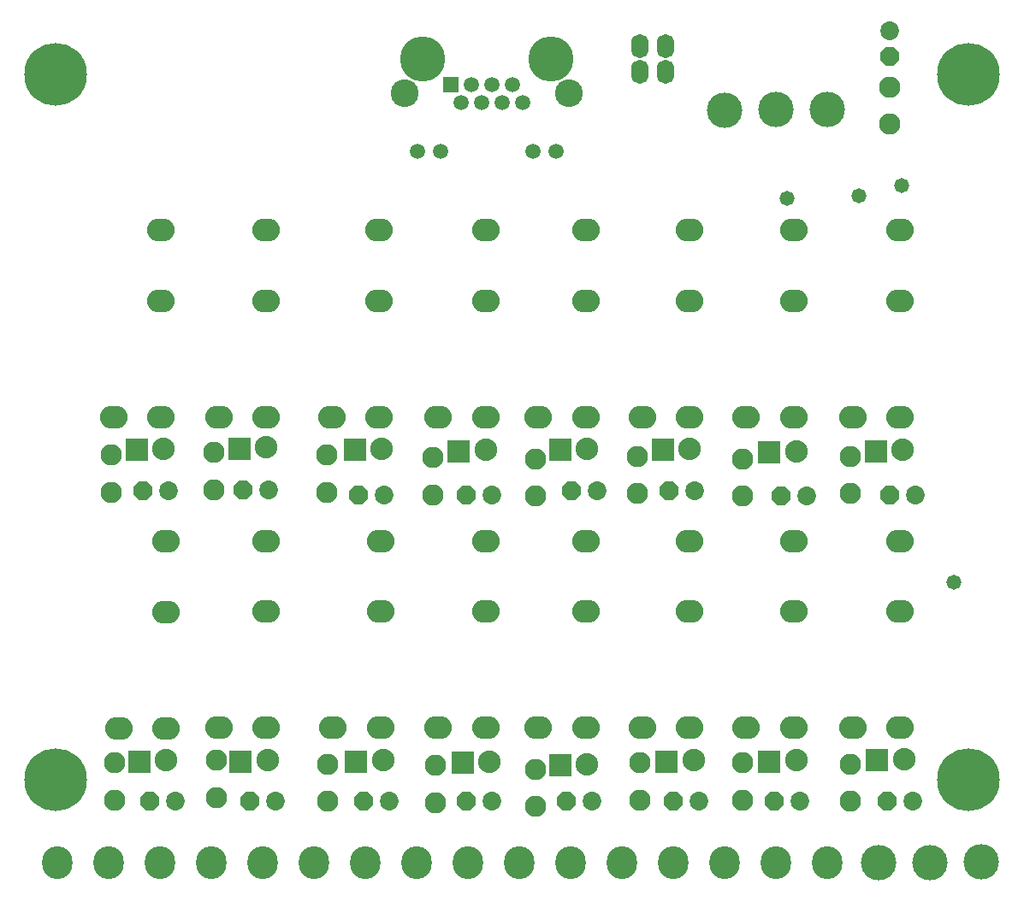
<source format=gbs>
G04*
G04 #@! TF.GenerationSoftware,Altium Limited,Altium Designer,20.1.12 (249)*
G04*
G04 Layer_Color=16711935*
%FSTAX24Y24*%
%MOIN*%
G70*
G04*
G04 #@! TF.SameCoordinates,3ECB986E-075F-4DB5-9EE9-704FFB054EE1*
G04*
G04*
G04 #@! TF.FilePolarity,Negative*
G04*
G01*
G75*
%ADD20C,0.0730*%
%ADD21P,0.0790X8X112.5*%
%ADD22O,0.1080X0.0880*%
%ADD23C,0.0830*%
%ADD24C,0.2442*%
%ADD25C,0.0880*%
%ADD26R,0.0880X0.0880*%
%ADD27P,0.0790X8X22.5*%
%ADD28O,0.1180X0.1280*%
%ADD29C,0.1380*%
%ADD30R,0.0592X0.0592*%
%ADD31C,0.0592*%
%ADD32C,0.1760*%
%ADD33C,0.1084*%
%ADD34O,0.0680X0.0940*%
%ADD35C,0.0580*%
%ADD36C,0.0474*%
D20*
X04885Y04705D02*
D03*
X02915Y02895D02*
D03*
X03335D02*
D03*
X03745Y0291D02*
D03*
X04125D02*
D03*
X0456Y0289D02*
D03*
X04985Y02895D02*
D03*
X0414Y017D02*
D03*
X04535Y017D02*
D03*
X04975D02*
D03*
X03725D02*
D03*
X03335D02*
D03*
X02935D02*
D03*
X0249D02*
D03*
X021D02*
D03*
X02075Y0291D02*
D03*
X02465Y02915D02*
D03*
D21*
X04885Y04605D02*
D03*
D22*
X0188Y01985D02*
D03*
X02065D02*
D03*
Y027133D02*
D03*
Y024378D02*
D03*
X0474Y031972D02*
D03*
X04925D02*
D03*
Y039256D02*
D03*
Y0365D02*
D03*
X0227Y019867D02*
D03*
X02455D02*
D03*
Y02715D02*
D03*
Y024394D02*
D03*
X02715Y019867D02*
D03*
X029D02*
D03*
Y02715D02*
D03*
Y024394D02*
D03*
X03125Y019867D02*
D03*
X0331D02*
D03*
Y02715D02*
D03*
Y024394D02*
D03*
X03515Y019867D02*
D03*
X037D02*
D03*
Y02715D02*
D03*
Y024394D02*
D03*
X0392Y019867D02*
D03*
X04105D02*
D03*
Y02715D02*
D03*
Y024394D02*
D03*
X0474Y019867D02*
D03*
X04925D02*
D03*
Y02715D02*
D03*
Y024394D02*
D03*
X04325Y019867D02*
D03*
X0451D02*
D03*
Y02715D02*
D03*
Y024394D02*
D03*
X0392Y031972D02*
D03*
X04105D02*
D03*
Y039256D02*
D03*
Y0365D02*
D03*
X03125Y031972D02*
D03*
X0331D02*
D03*
Y039256D02*
D03*
Y0365D02*
D03*
X0227Y031972D02*
D03*
X02455D02*
D03*
Y039256D02*
D03*
Y0365D02*
D03*
X04325Y031972D02*
D03*
X0451D02*
D03*
Y039256D02*
D03*
Y0365D02*
D03*
X03515Y031972D02*
D03*
X037D02*
D03*
Y039256D02*
D03*
Y0365D02*
D03*
X0271Y031972D02*
D03*
X02895D02*
D03*
Y039256D02*
D03*
Y0365D02*
D03*
X0186Y031972D02*
D03*
X02045D02*
D03*
Y039256D02*
D03*
Y0365D02*
D03*
D23*
X04885Y04485D02*
D03*
Y0434D02*
D03*
X0431Y01705D02*
D03*
Y0185D02*
D03*
X03505Y0168D02*
D03*
Y01825D02*
D03*
X02695Y017D02*
D03*
Y01845D02*
D03*
X01865Y01705D02*
D03*
Y0185D02*
D03*
X0431Y0289D02*
D03*
Y03035D02*
D03*
X03505Y0289D02*
D03*
Y03035D02*
D03*
X0269Y02905D02*
D03*
Y0305D02*
D03*
X0185Y02905D02*
D03*
Y0305D02*
D03*
X0473Y017D02*
D03*
Y01845D02*
D03*
X0391Y01705D02*
D03*
Y0185D02*
D03*
X03115Y01695D02*
D03*
Y0184D02*
D03*
X0473Y029D02*
D03*
Y03045D02*
D03*
X039Y029D02*
D03*
Y03045D02*
D03*
X03105Y02895D02*
D03*
Y0304D02*
D03*
X0226Y01715D02*
D03*
Y0186D02*
D03*
X0225Y02915D02*
D03*
Y0306D02*
D03*
D24*
X0519Y04535D02*
D03*
X01635D02*
D03*
X0519Y01785D02*
D03*
X01635D02*
D03*
D25*
X04935Y0307D02*
D03*
X0452Y03065D02*
D03*
X04105Y03075D02*
D03*
X03705D02*
D03*
X02905D02*
D03*
X02055D02*
D03*
X0412Y0186D02*
D03*
X0452D02*
D03*
X0494Y01865D02*
D03*
X03705Y01845D02*
D03*
X03325Y01855D02*
D03*
X0291Y0186D02*
D03*
X0246D02*
D03*
X02065D02*
D03*
X0331Y0307D02*
D03*
X02455Y0308D02*
D03*
D26*
X0483Y03065D02*
D03*
X04415Y0306D02*
D03*
X04Y0307D02*
D03*
X036D02*
D03*
X028D02*
D03*
X0195D02*
D03*
X04015Y01855D02*
D03*
X04415D02*
D03*
X04835Y0186D02*
D03*
X036Y0184D02*
D03*
X0322Y0185D02*
D03*
X02805Y01855D02*
D03*
X02355D02*
D03*
X0196D02*
D03*
X03205Y03065D02*
D03*
X0235Y03075D02*
D03*
D27*
X02815Y02895D02*
D03*
X03235D02*
D03*
X03645Y0291D02*
D03*
X04025D02*
D03*
X0446Y0289D02*
D03*
X04885Y02895D02*
D03*
X0404Y017D02*
D03*
X04435Y017D02*
D03*
X04875D02*
D03*
X03625D02*
D03*
X03235D02*
D03*
X02835D02*
D03*
X0239D02*
D03*
X02D02*
D03*
X01975Y0291D02*
D03*
X02365Y02915D02*
D03*
D28*
X0404Y0146D02*
D03*
X046404Y014604D02*
D03*
X044401Y014601D02*
D03*
X0424Y0146D02*
D03*
X0324D02*
D03*
X038404Y014604D02*
D03*
X036401Y014601D02*
D03*
X0344Y0146D02*
D03*
X024399Y014599D02*
D03*
X030403Y014603D02*
D03*
X0284Y0146D02*
D03*
X026399Y014599D02*
D03*
X016399D02*
D03*
X022403Y014603D02*
D03*
X0204Y0146D02*
D03*
X018399Y014599D02*
D03*
D29*
X0504Y0146D02*
D03*
X0484D02*
D03*
X052426Y014626D02*
D03*
X044426Y043976D02*
D03*
X046426D02*
D03*
X0424Y04395D02*
D03*
D30*
X031741Y04495D02*
D03*
D31*
X032142Y044249D02*
D03*
X032544Y04495D02*
D03*
X032945Y044249D02*
D03*
X033347Y04495D02*
D03*
X033748Y044249D02*
D03*
X03415Y04495D02*
D03*
X034552Y044249D02*
D03*
X031347Y042352D02*
D03*
X030445Y042352D02*
D03*
X034945Y042352D02*
D03*
X035847Y042352D02*
D03*
D32*
X030646Y04595D02*
D03*
X035646Y04595D02*
D03*
D33*
X036345Y0446D02*
D03*
X029947D02*
D03*
D34*
X0401Y04645D02*
D03*
X0391D02*
D03*
X0401Y04545D02*
D03*
X0391D02*
D03*
D35*
X0493Y041D02*
D03*
X04765Y0406D02*
D03*
X04485Y0405D02*
D03*
X05135Y02555D02*
D03*
D36*
X05255Y04465D02*
D03*
X05125Y046D02*
D03*
X05255D02*
D03*
X05125Y04465D02*
D03*
X0519Y0463D02*
D03*
X05285Y04535D02*
D03*
X05095D02*
D03*
X05195Y0444D02*
D03*
X017Y04465D02*
D03*
X0157Y046D02*
D03*
X017D02*
D03*
X0157Y04465D02*
D03*
X01635Y0463D02*
D03*
X0173Y04535D02*
D03*
X0154D02*
D03*
X0164Y0444D02*
D03*
X05255Y01715D02*
D03*
X05125Y0185D02*
D03*
X05255D02*
D03*
X05125Y01715D02*
D03*
X0519Y0188D02*
D03*
X05285Y01785D02*
D03*
X05095D02*
D03*
X05195Y0169D02*
D03*
X017Y01715D02*
D03*
X0157Y0185D02*
D03*
X017D02*
D03*
X0157Y01715D02*
D03*
X01635Y0188D02*
D03*
X0173Y01785D02*
D03*
X0154D02*
D03*
X0164Y0169D02*
D03*
M02*

</source>
